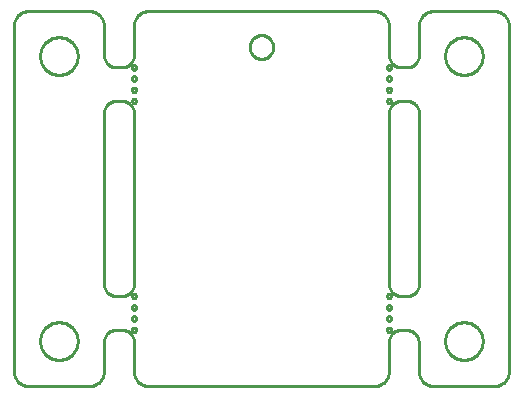
<source format=gbr>
G04 EAGLE Gerber RS-274X export*
G75*
%MOIN*%
%FSLAX34Y34*%
%LPD*%
%IN*%
%IPPOS*%
%AMOC8*
5,1,8,0,0,1.08239X$1,22.5*%
G01*
%ADD10C,0.010000*%


D10*
X-8000Y-10000D02*
X-7998Y-10044D01*
X-7992Y-10087D01*
X-7983Y-10129D01*
X-7970Y-10171D01*
X-7953Y-10211D01*
X-7933Y-10250D01*
X-7910Y-10287D01*
X-7883Y-10321D01*
X-7854Y-10354D01*
X-7821Y-10383D01*
X-7787Y-10410D01*
X-7750Y-10433D01*
X-7711Y-10453D01*
X-7671Y-10470D01*
X-7629Y-10483D01*
X-7587Y-10492D01*
X-7544Y-10498D01*
X-7500Y-10500D01*
X-5500Y-10500D01*
X-5456Y-10498D01*
X-5413Y-10492D01*
X-5371Y-10483D01*
X-5329Y-10470D01*
X-5289Y-10453D01*
X-5250Y-10433D01*
X-5213Y-10410D01*
X-5179Y-10383D01*
X-5146Y-10354D01*
X-5117Y-10321D01*
X-5090Y-10287D01*
X-5067Y-10250D01*
X-5047Y-10211D01*
X-5030Y-10171D01*
X-5017Y-10129D01*
X-5008Y-10087D01*
X-5002Y-10044D01*
X-5000Y-10000D01*
X-5000Y-9025D01*
X-4998Y-8990D01*
X-4994Y-8956D01*
X-4986Y-8921D01*
X-4976Y-8888D01*
X-4963Y-8856D01*
X-4946Y-8825D01*
X-4928Y-8796D01*
X-4906Y-8768D01*
X-4883Y-8742D01*
X-4857Y-8719D01*
X-4829Y-8697D01*
X-4800Y-8679D01*
X-4769Y-8662D01*
X-4737Y-8649D01*
X-4704Y-8639D01*
X-4669Y-8631D01*
X-4635Y-8627D01*
X-4600Y-8625D01*
X-4400Y-8625D01*
X-4365Y-8627D01*
X-4331Y-8631D01*
X-4296Y-8639D01*
X-4263Y-8649D01*
X-4231Y-8662D01*
X-4200Y-8679D01*
X-4171Y-8697D01*
X-4143Y-8719D01*
X-4117Y-8742D01*
X-4094Y-8768D01*
X-4072Y-8796D01*
X-4054Y-8825D01*
X-4037Y-8856D01*
X-4024Y-8888D01*
X-4014Y-8921D01*
X-4006Y-8956D01*
X-4002Y-8990D01*
X-4000Y-9025D01*
X-4000Y-10000D01*
X-3998Y-10044D01*
X-3992Y-10087D01*
X-3983Y-10129D01*
X-3970Y-10171D01*
X-3953Y-10211D01*
X-3933Y-10250D01*
X-3910Y-10287D01*
X-3883Y-10321D01*
X-3854Y-10354D01*
X-3821Y-10383D01*
X-3787Y-10410D01*
X-3750Y-10433D01*
X-3711Y-10453D01*
X-3671Y-10470D01*
X-3629Y-10483D01*
X-3587Y-10492D01*
X-3544Y-10498D01*
X-3500Y-10500D01*
X4000Y-10500D01*
X4044Y-10498D01*
X4087Y-10492D01*
X4129Y-10483D01*
X4171Y-10470D01*
X4211Y-10453D01*
X4250Y-10433D01*
X4287Y-10410D01*
X4321Y-10383D01*
X4354Y-10354D01*
X4383Y-10321D01*
X4410Y-10287D01*
X4433Y-10250D01*
X4453Y-10211D01*
X4470Y-10171D01*
X4483Y-10129D01*
X4492Y-10087D01*
X4498Y-10044D01*
X4500Y-10000D01*
X4500Y-9025D01*
X4502Y-8990D01*
X4506Y-8956D01*
X4514Y-8921D01*
X4524Y-8888D01*
X4537Y-8856D01*
X4554Y-8825D01*
X4572Y-8796D01*
X4594Y-8768D01*
X4617Y-8742D01*
X4643Y-8719D01*
X4671Y-8697D01*
X4700Y-8679D01*
X4731Y-8662D01*
X4763Y-8649D01*
X4796Y-8639D01*
X4831Y-8631D01*
X4865Y-8627D01*
X4900Y-8625D01*
X5100Y-8625D01*
X5140Y-8632D01*
X5179Y-8643D01*
X5218Y-8657D01*
X5254Y-8674D01*
X5290Y-8695D01*
X5323Y-8718D01*
X5354Y-8744D01*
X5383Y-8773D01*
X5409Y-8805D01*
X5432Y-8838D01*
X5452Y-8873D01*
X5469Y-8910D01*
X5483Y-8949D01*
X5493Y-8988D01*
X5500Y-9028D01*
X5504Y-9069D01*
X5504Y-9109D01*
X5500Y-9150D01*
X5500Y-10000D01*
X5502Y-10044D01*
X5508Y-10087D01*
X5517Y-10129D01*
X5530Y-10171D01*
X5547Y-10211D01*
X5567Y-10250D01*
X5590Y-10287D01*
X5617Y-10321D01*
X5646Y-10354D01*
X5679Y-10383D01*
X5713Y-10410D01*
X5750Y-10433D01*
X5789Y-10453D01*
X5829Y-10470D01*
X5871Y-10483D01*
X5913Y-10492D01*
X5956Y-10498D01*
X6000Y-10500D01*
X8000Y-10500D01*
X8044Y-10498D01*
X8087Y-10492D01*
X8129Y-10483D01*
X8171Y-10470D01*
X8211Y-10453D01*
X8250Y-10433D01*
X8287Y-10410D01*
X8321Y-10383D01*
X8354Y-10354D01*
X8383Y-10321D01*
X8410Y-10287D01*
X8433Y-10250D01*
X8453Y-10211D01*
X8470Y-10171D01*
X8483Y-10129D01*
X8492Y-10087D01*
X8498Y-10044D01*
X8500Y-10000D01*
X8500Y1500D01*
X8498Y1544D01*
X8492Y1587D01*
X8483Y1629D01*
X8470Y1671D01*
X8453Y1711D01*
X8433Y1750D01*
X8410Y1787D01*
X8383Y1821D01*
X8354Y1854D01*
X8321Y1883D01*
X8287Y1910D01*
X8250Y1933D01*
X8211Y1953D01*
X8171Y1970D01*
X8129Y1983D01*
X8087Y1992D01*
X8044Y1998D01*
X8000Y2000D01*
X6000Y2000D01*
X5956Y1998D01*
X5913Y1992D01*
X5871Y1983D01*
X5829Y1970D01*
X5789Y1953D01*
X5750Y1933D01*
X5713Y1910D01*
X5679Y1883D01*
X5646Y1854D01*
X5617Y1821D01*
X5590Y1787D01*
X5567Y1750D01*
X5547Y1711D01*
X5530Y1671D01*
X5517Y1629D01*
X5508Y1587D01*
X5502Y1544D01*
X5500Y1500D01*
X5500Y525D01*
X5498Y490D01*
X5494Y456D01*
X5486Y421D01*
X5476Y388D01*
X5463Y356D01*
X5446Y325D01*
X5428Y296D01*
X5406Y268D01*
X5383Y242D01*
X5357Y219D01*
X5329Y197D01*
X5300Y179D01*
X5269Y162D01*
X5237Y149D01*
X5204Y139D01*
X5169Y131D01*
X5135Y127D01*
X5100Y125D01*
X4900Y125D01*
X4865Y127D01*
X4831Y131D01*
X4796Y139D01*
X4763Y149D01*
X4731Y162D01*
X4700Y179D01*
X4671Y197D01*
X4643Y219D01*
X4617Y242D01*
X4594Y268D01*
X4572Y296D01*
X4554Y325D01*
X4537Y356D01*
X4524Y388D01*
X4514Y421D01*
X4506Y456D01*
X4502Y490D01*
X4500Y525D01*
X4500Y1500D01*
X4498Y1544D01*
X4492Y1587D01*
X4483Y1629D01*
X4470Y1671D01*
X4453Y1711D01*
X4433Y1750D01*
X4410Y1787D01*
X4383Y1821D01*
X4354Y1854D01*
X4321Y1883D01*
X4287Y1910D01*
X4250Y1933D01*
X4211Y1953D01*
X4171Y1970D01*
X4129Y1983D01*
X4087Y1992D01*
X4044Y1998D01*
X4000Y2000D01*
X-3500Y2000D01*
X-3544Y1998D01*
X-3587Y1992D01*
X-3629Y1983D01*
X-3671Y1970D01*
X-3711Y1953D01*
X-3750Y1933D01*
X-3787Y1910D01*
X-3821Y1883D01*
X-3854Y1854D01*
X-3883Y1821D01*
X-3910Y1787D01*
X-3933Y1750D01*
X-3953Y1711D01*
X-3970Y1671D01*
X-3983Y1629D01*
X-3992Y1587D01*
X-3998Y1544D01*
X-4000Y1500D01*
X-4000Y525D01*
X-4002Y490D01*
X-4006Y456D01*
X-4014Y421D01*
X-4024Y388D01*
X-4037Y356D01*
X-4054Y325D01*
X-4072Y296D01*
X-4094Y268D01*
X-4117Y242D01*
X-4143Y219D01*
X-4171Y197D01*
X-4200Y179D01*
X-4231Y162D01*
X-4263Y149D01*
X-4296Y139D01*
X-4331Y131D01*
X-4365Y127D01*
X-4400Y125D01*
X-4600Y125D01*
X-4635Y127D01*
X-4669Y131D01*
X-4704Y139D01*
X-4737Y149D01*
X-4769Y162D01*
X-4800Y179D01*
X-4829Y197D01*
X-4857Y219D01*
X-4883Y242D01*
X-4906Y268D01*
X-4928Y296D01*
X-4946Y325D01*
X-4963Y356D01*
X-4976Y388D01*
X-4986Y421D01*
X-4994Y456D01*
X-4998Y490D01*
X-5000Y525D01*
X-5000Y1500D01*
X-5002Y1544D01*
X-5008Y1587D01*
X-5017Y1629D01*
X-5030Y1671D01*
X-5047Y1711D01*
X-5067Y1750D01*
X-5090Y1787D01*
X-5117Y1821D01*
X-5146Y1854D01*
X-5179Y1883D01*
X-5213Y1910D01*
X-5250Y1933D01*
X-5289Y1953D01*
X-5329Y1970D01*
X-5371Y1983D01*
X-5413Y1992D01*
X-5456Y1998D01*
X-5500Y2000D01*
X-7500Y2000D01*
X-7544Y1998D01*
X-7587Y1992D01*
X-7629Y1983D01*
X-7671Y1970D01*
X-7711Y1953D01*
X-7750Y1933D01*
X-7787Y1910D01*
X-7821Y1883D01*
X-7854Y1854D01*
X-7883Y1821D01*
X-7910Y1787D01*
X-7933Y1750D01*
X-7953Y1711D01*
X-7970Y1671D01*
X-7983Y1629D01*
X-7992Y1587D01*
X-7998Y1544D01*
X-8000Y1500D01*
X-8000Y-10000D01*
X4500Y-7100D02*
X4502Y-7135D01*
X4506Y-7169D01*
X4514Y-7204D01*
X4524Y-7237D01*
X4537Y-7269D01*
X4554Y-7300D01*
X4572Y-7329D01*
X4594Y-7357D01*
X4617Y-7383D01*
X4643Y-7406D01*
X4671Y-7428D01*
X4700Y-7446D01*
X4731Y-7463D01*
X4763Y-7476D01*
X4796Y-7486D01*
X4831Y-7494D01*
X4865Y-7498D01*
X4900Y-7500D01*
X5100Y-7500D01*
X5135Y-7498D01*
X5169Y-7494D01*
X5204Y-7486D01*
X5237Y-7476D01*
X5269Y-7463D01*
X5300Y-7446D01*
X5329Y-7428D01*
X5357Y-7406D01*
X5383Y-7383D01*
X5406Y-7357D01*
X5428Y-7329D01*
X5446Y-7300D01*
X5463Y-7269D01*
X5476Y-7237D01*
X5486Y-7204D01*
X5494Y-7169D01*
X5498Y-7135D01*
X5500Y-7100D01*
X5500Y-1400D01*
X5498Y-1365D01*
X5494Y-1331D01*
X5486Y-1296D01*
X5476Y-1263D01*
X5463Y-1231D01*
X5446Y-1200D01*
X5428Y-1171D01*
X5406Y-1143D01*
X5383Y-1117D01*
X5357Y-1094D01*
X5329Y-1072D01*
X5300Y-1054D01*
X5269Y-1037D01*
X5237Y-1024D01*
X5204Y-1014D01*
X5169Y-1006D01*
X5135Y-1002D01*
X5100Y-1000D01*
X4900Y-1000D01*
X4865Y-1002D01*
X4831Y-1006D01*
X4796Y-1014D01*
X4763Y-1024D01*
X4731Y-1037D01*
X4700Y-1054D01*
X4671Y-1072D01*
X4643Y-1094D01*
X4617Y-1117D01*
X4594Y-1143D01*
X4572Y-1171D01*
X4554Y-1200D01*
X4537Y-1231D01*
X4524Y-1263D01*
X4514Y-1296D01*
X4506Y-1331D01*
X4502Y-1365D01*
X4500Y-1400D01*
X4500Y-7100D01*
X-5000Y-7100D02*
X-4998Y-7135D01*
X-4994Y-7169D01*
X-4986Y-7204D01*
X-4976Y-7237D01*
X-4963Y-7269D01*
X-4946Y-7300D01*
X-4928Y-7329D01*
X-4906Y-7357D01*
X-4883Y-7383D01*
X-4857Y-7406D01*
X-4829Y-7428D01*
X-4800Y-7446D01*
X-4769Y-7463D01*
X-4737Y-7476D01*
X-4704Y-7486D01*
X-4669Y-7494D01*
X-4635Y-7498D01*
X-4600Y-7500D01*
X-4400Y-7500D01*
X-4365Y-7498D01*
X-4331Y-7494D01*
X-4296Y-7486D01*
X-4263Y-7476D01*
X-4231Y-7463D01*
X-4200Y-7446D01*
X-4171Y-7428D01*
X-4143Y-7406D01*
X-4117Y-7383D01*
X-4094Y-7357D01*
X-4072Y-7329D01*
X-4054Y-7300D01*
X-4037Y-7269D01*
X-4024Y-7237D01*
X-4014Y-7204D01*
X-4006Y-7169D01*
X-4002Y-7135D01*
X-4000Y-7100D01*
X-4000Y-1400D01*
X-4002Y-1365D01*
X-4006Y-1331D01*
X-4014Y-1296D01*
X-4024Y-1263D01*
X-4037Y-1231D01*
X-4054Y-1200D01*
X-4072Y-1171D01*
X-4094Y-1143D01*
X-4117Y-1117D01*
X-4143Y-1094D01*
X-4171Y-1072D01*
X-4200Y-1054D01*
X-4231Y-1037D01*
X-4263Y-1024D01*
X-4296Y-1014D01*
X-4331Y-1006D01*
X-4365Y-1002D01*
X-4400Y-1000D01*
X-4600Y-1000D01*
X-4635Y-1002D01*
X-4669Y-1006D01*
X-4704Y-1014D01*
X-4737Y-1024D01*
X-4769Y-1037D01*
X-4800Y-1054D01*
X-4829Y-1072D01*
X-4857Y-1094D01*
X-4883Y-1117D01*
X-4906Y-1143D01*
X-4928Y-1171D01*
X-4946Y-1200D01*
X-4963Y-1231D01*
X-4976Y-1263D01*
X-4986Y-1296D01*
X-4994Y-1331D01*
X-4998Y-1365D01*
X-5000Y-1400D01*
X-5000Y-7100D01*
X4575Y-8632D02*
X4572Y-8647D01*
X4566Y-8661D01*
X4558Y-8673D01*
X4548Y-8683D01*
X4536Y-8691D01*
X4522Y-8697D01*
X4507Y-8700D01*
X4493Y-8700D01*
X4478Y-8697D01*
X4464Y-8691D01*
X4452Y-8683D01*
X4442Y-8673D01*
X4434Y-8661D01*
X4428Y-8647D01*
X4425Y-8632D01*
X4425Y-8618D01*
X4428Y-8603D01*
X4434Y-8589D01*
X4442Y-8577D01*
X4452Y-8567D01*
X4464Y-8559D01*
X4478Y-8553D01*
X4493Y-8550D01*
X4507Y-8550D01*
X4522Y-8553D01*
X4536Y-8559D01*
X4548Y-8567D01*
X4558Y-8577D01*
X4566Y-8589D01*
X4572Y-8603D01*
X4575Y-8618D01*
X4575Y-8632D01*
X4575Y-7507D02*
X4572Y-7522D01*
X4566Y-7536D01*
X4558Y-7548D01*
X4548Y-7558D01*
X4536Y-7566D01*
X4522Y-7572D01*
X4507Y-7575D01*
X4493Y-7575D01*
X4478Y-7572D01*
X4464Y-7566D01*
X4452Y-7558D01*
X4442Y-7548D01*
X4434Y-7536D01*
X4428Y-7522D01*
X4425Y-7507D01*
X4425Y-7493D01*
X4428Y-7478D01*
X4434Y-7464D01*
X4442Y-7452D01*
X4452Y-7442D01*
X4464Y-7434D01*
X4478Y-7428D01*
X4493Y-7425D01*
X4507Y-7425D01*
X4522Y-7428D01*
X4536Y-7434D01*
X4548Y-7442D01*
X4558Y-7452D01*
X4566Y-7464D01*
X4572Y-7478D01*
X4575Y-7493D01*
X4575Y-7507D01*
X4575Y-7882D02*
X4572Y-7897D01*
X4566Y-7911D01*
X4558Y-7923D01*
X4548Y-7933D01*
X4536Y-7941D01*
X4522Y-7947D01*
X4507Y-7950D01*
X4493Y-7950D01*
X4478Y-7947D01*
X4464Y-7941D01*
X4452Y-7933D01*
X4442Y-7923D01*
X4434Y-7911D01*
X4428Y-7897D01*
X4425Y-7882D01*
X4425Y-7868D01*
X4428Y-7853D01*
X4434Y-7839D01*
X4442Y-7827D01*
X4452Y-7817D01*
X4464Y-7809D01*
X4478Y-7803D01*
X4493Y-7800D01*
X4507Y-7800D01*
X4522Y-7803D01*
X4536Y-7809D01*
X4548Y-7817D01*
X4558Y-7827D01*
X4566Y-7839D01*
X4572Y-7853D01*
X4575Y-7868D01*
X4575Y-7882D01*
X4575Y-8257D02*
X4572Y-8272D01*
X4566Y-8286D01*
X4558Y-8298D01*
X4548Y-8308D01*
X4536Y-8316D01*
X4522Y-8322D01*
X4507Y-8325D01*
X4493Y-8325D01*
X4478Y-8322D01*
X4464Y-8316D01*
X4452Y-8308D01*
X4442Y-8298D01*
X4434Y-8286D01*
X4428Y-8272D01*
X4425Y-8257D01*
X4425Y-8243D01*
X4428Y-8228D01*
X4434Y-8214D01*
X4442Y-8202D01*
X4452Y-8192D01*
X4464Y-8184D01*
X4478Y-8178D01*
X4493Y-8175D01*
X4507Y-8175D01*
X4522Y-8178D01*
X4536Y-8184D01*
X4548Y-8192D01*
X4558Y-8202D01*
X4566Y-8214D01*
X4572Y-8228D01*
X4575Y-8243D01*
X4575Y-8257D01*
X7625Y-9020D02*
X7622Y-9061D01*
X7617Y-9102D01*
X7609Y-9142D01*
X7598Y-9182D01*
X7585Y-9220D01*
X7570Y-9258D01*
X7551Y-9295D01*
X7531Y-9330D01*
X7508Y-9364D01*
X7483Y-9397D01*
X7456Y-9427D01*
X7427Y-9456D01*
X7397Y-9483D01*
X7364Y-9508D01*
X7330Y-9531D01*
X7295Y-9551D01*
X7258Y-9570D01*
X7220Y-9585D01*
X7182Y-9598D01*
X7142Y-9609D01*
X7102Y-9617D01*
X7061Y-9622D01*
X7020Y-9625D01*
X6980Y-9625D01*
X6939Y-9622D01*
X6898Y-9617D01*
X6858Y-9609D01*
X6818Y-9598D01*
X6780Y-9585D01*
X6742Y-9570D01*
X6705Y-9551D01*
X6670Y-9531D01*
X6636Y-9508D01*
X6603Y-9483D01*
X6573Y-9456D01*
X6544Y-9427D01*
X6517Y-9397D01*
X6492Y-9364D01*
X6469Y-9330D01*
X6449Y-9295D01*
X6430Y-9258D01*
X6415Y-9220D01*
X6402Y-9182D01*
X6391Y-9142D01*
X6383Y-9102D01*
X6378Y-9061D01*
X6375Y-9020D01*
X6375Y-8980D01*
X6378Y-8939D01*
X6383Y-8898D01*
X6391Y-8858D01*
X6402Y-8818D01*
X6415Y-8780D01*
X6430Y-8742D01*
X6449Y-8705D01*
X6469Y-8670D01*
X6492Y-8636D01*
X6517Y-8603D01*
X6544Y-8573D01*
X6573Y-8544D01*
X6603Y-8517D01*
X6636Y-8492D01*
X6670Y-8469D01*
X6705Y-8449D01*
X6742Y-8430D01*
X6780Y-8415D01*
X6818Y-8402D01*
X6858Y-8391D01*
X6898Y-8383D01*
X6939Y-8378D01*
X6980Y-8375D01*
X7020Y-8375D01*
X7061Y-8378D01*
X7102Y-8383D01*
X7142Y-8391D01*
X7182Y-8402D01*
X7220Y-8415D01*
X7258Y-8430D01*
X7295Y-8449D01*
X7330Y-8469D01*
X7364Y-8492D01*
X7397Y-8517D01*
X7427Y-8544D01*
X7456Y-8573D01*
X7483Y-8603D01*
X7508Y-8636D01*
X7531Y-8670D01*
X7551Y-8705D01*
X7570Y-8742D01*
X7585Y-8780D01*
X7598Y-8818D01*
X7609Y-8858D01*
X7617Y-8898D01*
X7622Y-8939D01*
X7625Y-8980D01*
X7625Y-9020D01*
X644Y783D02*
X641Y749D01*
X635Y715D01*
X626Y681D01*
X614Y649D01*
X600Y618D01*
X582Y588D01*
X563Y560D01*
X541Y534D01*
X516Y509D01*
X490Y487D01*
X462Y468D01*
X432Y450D01*
X401Y436D01*
X369Y424D01*
X335Y415D01*
X301Y409D01*
X267Y406D01*
X233Y406D01*
X199Y409D01*
X165Y415D01*
X131Y424D01*
X99Y436D01*
X68Y450D01*
X38Y468D01*
X10Y487D01*
X-16Y509D01*
X-41Y534D01*
X-63Y560D01*
X-82Y588D01*
X-100Y618D01*
X-114Y649D01*
X-126Y681D01*
X-135Y715D01*
X-141Y749D01*
X-144Y783D01*
X-144Y817D01*
X-141Y851D01*
X-135Y885D01*
X-126Y919D01*
X-114Y951D01*
X-100Y982D01*
X-82Y1012D01*
X-63Y1040D01*
X-41Y1066D01*
X-16Y1091D01*
X10Y1113D01*
X38Y1132D01*
X68Y1150D01*
X99Y1164D01*
X131Y1176D01*
X165Y1185D01*
X199Y1191D01*
X233Y1194D01*
X267Y1194D01*
X301Y1191D01*
X335Y1185D01*
X369Y1176D01*
X401Y1164D01*
X432Y1150D01*
X462Y1132D01*
X490Y1113D01*
X516Y1091D01*
X541Y1066D01*
X563Y1040D01*
X582Y1012D01*
X600Y982D01*
X614Y951D01*
X626Y919D01*
X635Y885D01*
X641Y851D01*
X644Y817D01*
X644Y783D01*
X4575Y-1007D02*
X4572Y-1022D01*
X4566Y-1036D01*
X4558Y-1048D01*
X4548Y-1058D01*
X4536Y-1066D01*
X4522Y-1072D01*
X4507Y-1075D01*
X4493Y-1075D01*
X4478Y-1072D01*
X4464Y-1066D01*
X4452Y-1058D01*
X4442Y-1048D01*
X4434Y-1036D01*
X4428Y-1022D01*
X4425Y-1007D01*
X4425Y-993D01*
X4428Y-978D01*
X4434Y-964D01*
X4442Y-952D01*
X4452Y-942D01*
X4464Y-934D01*
X4478Y-928D01*
X4493Y-925D01*
X4507Y-925D01*
X4522Y-928D01*
X4536Y-934D01*
X4548Y-942D01*
X4558Y-952D01*
X4566Y-964D01*
X4572Y-978D01*
X4575Y-993D01*
X4575Y-1007D01*
X4575Y118D02*
X4572Y103D01*
X4566Y89D01*
X4558Y77D01*
X4548Y67D01*
X4536Y59D01*
X4522Y53D01*
X4507Y50D01*
X4493Y50D01*
X4478Y53D01*
X4464Y59D01*
X4452Y67D01*
X4442Y77D01*
X4434Y89D01*
X4428Y103D01*
X4425Y118D01*
X4425Y132D01*
X4428Y147D01*
X4434Y161D01*
X4442Y173D01*
X4452Y183D01*
X4464Y191D01*
X4478Y197D01*
X4493Y200D01*
X4507Y200D01*
X4522Y197D01*
X4536Y191D01*
X4548Y183D01*
X4558Y173D01*
X4566Y161D01*
X4572Y147D01*
X4575Y132D01*
X4575Y118D01*
X4575Y-257D02*
X4572Y-272D01*
X4566Y-286D01*
X4558Y-298D01*
X4548Y-308D01*
X4536Y-316D01*
X4522Y-322D01*
X4507Y-325D01*
X4493Y-325D01*
X4478Y-322D01*
X4464Y-316D01*
X4452Y-308D01*
X4442Y-298D01*
X4434Y-286D01*
X4428Y-272D01*
X4425Y-257D01*
X4425Y-243D01*
X4428Y-228D01*
X4434Y-214D01*
X4442Y-202D01*
X4452Y-192D01*
X4464Y-184D01*
X4478Y-178D01*
X4493Y-175D01*
X4507Y-175D01*
X4522Y-178D01*
X4536Y-184D01*
X4548Y-192D01*
X4558Y-202D01*
X4566Y-214D01*
X4572Y-228D01*
X4575Y-243D01*
X4575Y-257D01*
X4575Y-632D02*
X4572Y-647D01*
X4566Y-661D01*
X4558Y-673D01*
X4548Y-683D01*
X4536Y-691D01*
X4522Y-697D01*
X4507Y-700D01*
X4493Y-700D01*
X4478Y-697D01*
X4464Y-691D01*
X4452Y-683D01*
X4442Y-673D01*
X4434Y-661D01*
X4428Y-647D01*
X4425Y-632D01*
X4425Y-618D01*
X4428Y-603D01*
X4434Y-589D01*
X4442Y-577D01*
X4452Y-567D01*
X4464Y-559D01*
X4478Y-553D01*
X4493Y-550D01*
X4507Y-550D01*
X4522Y-553D01*
X4536Y-559D01*
X4548Y-567D01*
X4558Y-577D01*
X4566Y-589D01*
X4572Y-603D01*
X4575Y-618D01*
X4575Y-632D01*
X-3925Y-1007D02*
X-3928Y-1022D01*
X-3934Y-1036D01*
X-3942Y-1048D01*
X-3952Y-1058D01*
X-3964Y-1066D01*
X-3978Y-1072D01*
X-3993Y-1075D01*
X-4007Y-1075D01*
X-4022Y-1072D01*
X-4036Y-1066D01*
X-4048Y-1058D01*
X-4058Y-1048D01*
X-4066Y-1036D01*
X-4072Y-1022D01*
X-4075Y-1007D01*
X-4075Y-993D01*
X-4072Y-978D01*
X-4066Y-964D01*
X-4058Y-952D01*
X-4048Y-942D01*
X-4036Y-934D01*
X-4022Y-928D01*
X-4007Y-925D01*
X-3993Y-925D01*
X-3978Y-928D01*
X-3964Y-934D01*
X-3952Y-942D01*
X-3942Y-952D01*
X-3934Y-964D01*
X-3928Y-978D01*
X-3925Y-993D01*
X-3925Y-1007D01*
X-3925Y118D02*
X-3928Y103D01*
X-3934Y89D01*
X-3942Y77D01*
X-3952Y67D01*
X-3964Y59D01*
X-3978Y53D01*
X-3993Y50D01*
X-4007Y50D01*
X-4022Y53D01*
X-4036Y59D01*
X-4048Y67D01*
X-4058Y77D01*
X-4066Y89D01*
X-4072Y103D01*
X-4075Y118D01*
X-4075Y132D01*
X-4072Y147D01*
X-4066Y161D01*
X-4058Y173D01*
X-4048Y183D01*
X-4036Y191D01*
X-4022Y197D01*
X-4007Y200D01*
X-3993Y200D01*
X-3978Y197D01*
X-3964Y191D01*
X-3952Y183D01*
X-3942Y173D01*
X-3934Y161D01*
X-3928Y147D01*
X-3925Y132D01*
X-3925Y118D01*
X-3925Y-257D02*
X-3928Y-272D01*
X-3934Y-286D01*
X-3942Y-298D01*
X-3952Y-308D01*
X-3964Y-316D01*
X-3978Y-322D01*
X-3993Y-325D01*
X-4007Y-325D01*
X-4022Y-322D01*
X-4036Y-316D01*
X-4048Y-308D01*
X-4058Y-298D01*
X-4066Y-286D01*
X-4072Y-272D01*
X-4075Y-257D01*
X-4075Y-243D01*
X-4072Y-228D01*
X-4066Y-214D01*
X-4058Y-202D01*
X-4048Y-192D01*
X-4036Y-184D01*
X-4022Y-178D01*
X-4007Y-175D01*
X-3993Y-175D01*
X-3978Y-178D01*
X-3964Y-184D01*
X-3952Y-192D01*
X-3942Y-202D01*
X-3934Y-214D01*
X-3928Y-228D01*
X-3925Y-243D01*
X-3925Y-257D01*
X-3925Y-632D02*
X-3928Y-647D01*
X-3934Y-661D01*
X-3942Y-673D01*
X-3952Y-683D01*
X-3964Y-691D01*
X-3978Y-697D01*
X-3993Y-700D01*
X-4007Y-700D01*
X-4022Y-697D01*
X-4036Y-691D01*
X-4048Y-683D01*
X-4058Y-673D01*
X-4066Y-661D01*
X-4072Y-647D01*
X-4075Y-632D01*
X-4075Y-618D01*
X-4072Y-603D01*
X-4066Y-589D01*
X-4058Y-577D01*
X-4048Y-567D01*
X-4036Y-559D01*
X-4022Y-553D01*
X-4007Y-550D01*
X-3993Y-550D01*
X-3978Y-553D01*
X-3964Y-559D01*
X-3952Y-567D01*
X-3942Y-577D01*
X-3934Y-589D01*
X-3928Y-603D01*
X-3925Y-618D01*
X-3925Y-632D01*
X-3925Y-8632D02*
X-3928Y-8647D01*
X-3934Y-8661D01*
X-3942Y-8673D01*
X-3952Y-8683D01*
X-3964Y-8691D01*
X-3978Y-8697D01*
X-3993Y-8700D01*
X-4007Y-8700D01*
X-4022Y-8697D01*
X-4036Y-8691D01*
X-4048Y-8683D01*
X-4058Y-8673D01*
X-4066Y-8661D01*
X-4072Y-8647D01*
X-4075Y-8632D01*
X-4075Y-8618D01*
X-4072Y-8603D01*
X-4066Y-8589D01*
X-4058Y-8577D01*
X-4048Y-8567D01*
X-4036Y-8559D01*
X-4022Y-8553D01*
X-4007Y-8550D01*
X-3993Y-8550D01*
X-3978Y-8553D01*
X-3964Y-8559D01*
X-3952Y-8567D01*
X-3942Y-8577D01*
X-3934Y-8589D01*
X-3928Y-8603D01*
X-3925Y-8618D01*
X-3925Y-8632D01*
X-3925Y-7507D02*
X-3928Y-7522D01*
X-3934Y-7536D01*
X-3942Y-7548D01*
X-3952Y-7558D01*
X-3964Y-7566D01*
X-3978Y-7572D01*
X-3993Y-7575D01*
X-4007Y-7575D01*
X-4022Y-7572D01*
X-4036Y-7566D01*
X-4048Y-7558D01*
X-4058Y-7548D01*
X-4066Y-7536D01*
X-4072Y-7522D01*
X-4075Y-7507D01*
X-4075Y-7493D01*
X-4072Y-7478D01*
X-4066Y-7464D01*
X-4058Y-7452D01*
X-4048Y-7442D01*
X-4036Y-7434D01*
X-4022Y-7428D01*
X-4007Y-7425D01*
X-3993Y-7425D01*
X-3978Y-7428D01*
X-3964Y-7434D01*
X-3952Y-7442D01*
X-3942Y-7452D01*
X-3934Y-7464D01*
X-3928Y-7478D01*
X-3925Y-7493D01*
X-3925Y-7507D01*
X-3925Y-7882D02*
X-3928Y-7897D01*
X-3934Y-7911D01*
X-3942Y-7923D01*
X-3952Y-7933D01*
X-3964Y-7941D01*
X-3978Y-7947D01*
X-3993Y-7950D01*
X-4007Y-7950D01*
X-4022Y-7947D01*
X-4036Y-7941D01*
X-4048Y-7933D01*
X-4058Y-7923D01*
X-4066Y-7911D01*
X-4072Y-7897D01*
X-4075Y-7882D01*
X-4075Y-7868D01*
X-4072Y-7853D01*
X-4066Y-7839D01*
X-4058Y-7827D01*
X-4048Y-7817D01*
X-4036Y-7809D01*
X-4022Y-7803D01*
X-4007Y-7800D01*
X-3993Y-7800D01*
X-3978Y-7803D01*
X-3964Y-7809D01*
X-3952Y-7817D01*
X-3942Y-7827D01*
X-3934Y-7839D01*
X-3928Y-7853D01*
X-3925Y-7868D01*
X-3925Y-7882D01*
X-3925Y-8257D02*
X-3928Y-8272D01*
X-3934Y-8286D01*
X-3942Y-8298D01*
X-3952Y-8308D01*
X-3964Y-8316D01*
X-3978Y-8322D01*
X-3993Y-8325D01*
X-4007Y-8325D01*
X-4022Y-8322D01*
X-4036Y-8316D01*
X-4048Y-8308D01*
X-4058Y-8298D01*
X-4066Y-8286D01*
X-4072Y-8272D01*
X-4075Y-8257D01*
X-4075Y-8243D01*
X-4072Y-8228D01*
X-4066Y-8214D01*
X-4058Y-8202D01*
X-4048Y-8192D01*
X-4036Y-8184D01*
X-4022Y-8178D01*
X-4007Y-8175D01*
X-3993Y-8175D01*
X-3978Y-8178D01*
X-3964Y-8184D01*
X-3952Y-8192D01*
X-3942Y-8202D01*
X-3934Y-8214D01*
X-3928Y-8228D01*
X-3925Y-8243D01*
X-3925Y-8257D01*
X7625Y480D02*
X7622Y439D01*
X7617Y398D01*
X7609Y358D01*
X7598Y318D01*
X7585Y280D01*
X7570Y242D01*
X7551Y205D01*
X7531Y170D01*
X7508Y136D01*
X7483Y103D01*
X7456Y73D01*
X7427Y44D01*
X7397Y17D01*
X7364Y-8D01*
X7330Y-31D01*
X7295Y-51D01*
X7258Y-70D01*
X7220Y-85D01*
X7182Y-98D01*
X7142Y-109D01*
X7102Y-117D01*
X7061Y-122D01*
X7020Y-125D01*
X6980Y-125D01*
X6939Y-122D01*
X6898Y-117D01*
X6858Y-109D01*
X6818Y-98D01*
X6780Y-85D01*
X6742Y-70D01*
X6705Y-51D01*
X6670Y-31D01*
X6636Y-8D01*
X6603Y17D01*
X6573Y44D01*
X6544Y73D01*
X6517Y103D01*
X6492Y136D01*
X6469Y170D01*
X6449Y205D01*
X6430Y242D01*
X6415Y280D01*
X6402Y318D01*
X6391Y358D01*
X6383Y398D01*
X6378Y439D01*
X6375Y480D01*
X6375Y520D01*
X6378Y561D01*
X6383Y602D01*
X6391Y642D01*
X6402Y682D01*
X6415Y720D01*
X6430Y758D01*
X6449Y795D01*
X6469Y830D01*
X6492Y864D01*
X6517Y897D01*
X6544Y927D01*
X6573Y956D01*
X6603Y983D01*
X6636Y1008D01*
X6670Y1031D01*
X6705Y1051D01*
X6742Y1070D01*
X6780Y1085D01*
X6818Y1098D01*
X6858Y1109D01*
X6898Y1117D01*
X6939Y1122D01*
X6980Y1125D01*
X7020Y1125D01*
X7061Y1122D01*
X7102Y1117D01*
X7142Y1109D01*
X7182Y1098D01*
X7220Y1085D01*
X7258Y1070D01*
X7295Y1051D01*
X7330Y1031D01*
X7364Y1008D01*
X7397Y983D01*
X7427Y956D01*
X7456Y927D01*
X7483Y897D01*
X7508Y864D01*
X7531Y830D01*
X7551Y795D01*
X7570Y758D01*
X7585Y720D01*
X7598Y682D01*
X7609Y642D01*
X7617Y602D01*
X7622Y561D01*
X7625Y520D01*
X7625Y480D01*
X-5875Y480D02*
X-5878Y439D01*
X-5883Y398D01*
X-5891Y358D01*
X-5902Y318D01*
X-5915Y280D01*
X-5930Y242D01*
X-5949Y205D01*
X-5969Y170D01*
X-5992Y136D01*
X-6017Y103D01*
X-6044Y73D01*
X-6073Y44D01*
X-6103Y17D01*
X-6136Y-8D01*
X-6170Y-31D01*
X-6205Y-51D01*
X-6242Y-70D01*
X-6280Y-85D01*
X-6318Y-98D01*
X-6358Y-109D01*
X-6398Y-117D01*
X-6439Y-122D01*
X-6480Y-125D01*
X-6520Y-125D01*
X-6561Y-122D01*
X-6602Y-117D01*
X-6642Y-109D01*
X-6682Y-98D01*
X-6720Y-85D01*
X-6758Y-70D01*
X-6795Y-51D01*
X-6830Y-31D01*
X-6864Y-8D01*
X-6897Y17D01*
X-6927Y44D01*
X-6956Y73D01*
X-6983Y103D01*
X-7008Y136D01*
X-7031Y170D01*
X-7051Y205D01*
X-7070Y242D01*
X-7085Y280D01*
X-7098Y318D01*
X-7109Y358D01*
X-7117Y398D01*
X-7122Y439D01*
X-7125Y480D01*
X-7125Y520D01*
X-7122Y561D01*
X-7117Y602D01*
X-7109Y642D01*
X-7098Y682D01*
X-7085Y720D01*
X-7070Y758D01*
X-7051Y795D01*
X-7031Y830D01*
X-7008Y864D01*
X-6983Y897D01*
X-6956Y927D01*
X-6927Y956D01*
X-6897Y983D01*
X-6864Y1008D01*
X-6830Y1031D01*
X-6795Y1051D01*
X-6758Y1070D01*
X-6720Y1085D01*
X-6682Y1098D01*
X-6642Y1109D01*
X-6602Y1117D01*
X-6561Y1122D01*
X-6520Y1125D01*
X-6480Y1125D01*
X-6439Y1122D01*
X-6398Y1117D01*
X-6358Y1109D01*
X-6318Y1098D01*
X-6280Y1085D01*
X-6242Y1070D01*
X-6205Y1051D01*
X-6170Y1031D01*
X-6136Y1008D01*
X-6103Y983D01*
X-6073Y956D01*
X-6044Y927D01*
X-6017Y897D01*
X-5992Y864D01*
X-5969Y830D01*
X-5949Y795D01*
X-5930Y758D01*
X-5915Y720D01*
X-5902Y682D01*
X-5891Y642D01*
X-5883Y602D01*
X-5878Y561D01*
X-5875Y520D01*
X-5875Y480D01*
X-5875Y-9020D02*
X-5878Y-9061D01*
X-5883Y-9102D01*
X-5891Y-9142D01*
X-5902Y-9182D01*
X-5915Y-9220D01*
X-5930Y-9258D01*
X-5949Y-9295D01*
X-5969Y-9330D01*
X-5992Y-9364D01*
X-6017Y-9397D01*
X-6044Y-9427D01*
X-6073Y-9456D01*
X-6103Y-9483D01*
X-6136Y-9508D01*
X-6170Y-9531D01*
X-6205Y-9551D01*
X-6242Y-9570D01*
X-6280Y-9585D01*
X-6318Y-9598D01*
X-6358Y-9609D01*
X-6398Y-9617D01*
X-6439Y-9622D01*
X-6480Y-9625D01*
X-6520Y-9625D01*
X-6561Y-9622D01*
X-6602Y-9617D01*
X-6642Y-9609D01*
X-6682Y-9598D01*
X-6720Y-9585D01*
X-6758Y-9570D01*
X-6795Y-9551D01*
X-6830Y-9531D01*
X-6864Y-9508D01*
X-6897Y-9483D01*
X-6927Y-9456D01*
X-6956Y-9427D01*
X-6983Y-9397D01*
X-7008Y-9364D01*
X-7031Y-9330D01*
X-7051Y-9295D01*
X-7070Y-9258D01*
X-7085Y-9220D01*
X-7098Y-9182D01*
X-7109Y-9142D01*
X-7117Y-9102D01*
X-7122Y-9061D01*
X-7125Y-9020D01*
X-7125Y-8980D01*
X-7122Y-8939D01*
X-7117Y-8898D01*
X-7109Y-8858D01*
X-7098Y-8818D01*
X-7085Y-8780D01*
X-7070Y-8742D01*
X-7051Y-8705D01*
X-7031Y-8670D01*
X-7008Y-8636D01*
X-6983Y-8603D01*
X-6956Y-8573D01*
X-6927Y-8544D01*
X-6897Y-8517D01*
X-6864Y-8492D01*
X-6830Y-8469D01*
X-6795Y-8449D01*
X-6758Y-8430D01*
X-6720Y-8415D01*
X-6682Y-8402D01*
X-6642Y-8391D01*
X-6602Y-8383D01*
X-6561Y-8378D01*
X-6520Y-8375D01*
X-6480Y-8375D01*
X-6439Y-8378D01*
X-6398Y-8383D01*
X-6358Y-8391D01*
X-6318Y-8402D01*
X-6280Y-8415D01*
X-6242Y-8430D01*
X-6205Y-8449D01*
X-6170Y-8469D01*
X-6136Y-8492D01*
X-6103Y-8517D01*
X-6073Y-8544D01*
X-6044Y-8573D01*
X-6017Y-8603D01*
X-5992Y-8636D01*
X-5969Y-8670D01*
X-5949Y-8705D01*
X-5930Y-8742D01*
X-5915Y-8780D01*
X-5902Y-8818D01*
X-5891Y-8858D01*
X-5883Y-8898D01*
X-5878Y-8939D01*
X-5875Y-8980D01*
X-5875Y-9020D01*
M02*

</source>
